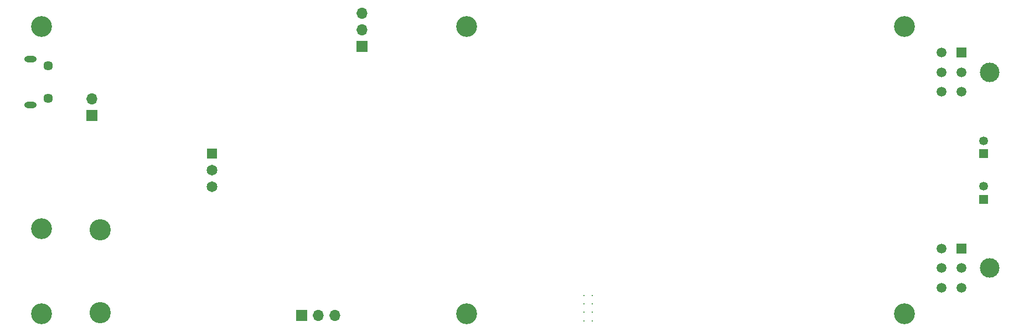
<source format=gbs>
G04 #@! TF.GenerationSoftware,KiCad,Pcbnew,7.0.5-4d25ed1034~172~ubuntu22.04.1*
G04 #@! TF.CreationDate,2023-05-31T13:41:02+02:00*
G04 #@! TF.ProjectId,Drawer_Controller,44726177-6572-45f4-936f-6e74726f6c6c,rev?*
G04 #@! TF.SameCoordinates,Original*
G04 #@! TF.FileFunction,Soldermask,Bot*
G04 #@! TF.FilePolarity,Negative*
%FSLAX46Y46*%
G04 Gerber Fmt 4.6, Leading zero omitted, Abs format (unit mm)*
G04 Created by KiCad (PCBNEW 7.0.5-4d25ed1034~172~ubuntu22.04.1) date 2023-05-31 13:41:02*
%MOMM*%
%LPD*%
G01*
G04 APERTURE LIST*
%ADD10C,0.300000*%
%ADD11C,3.250000*%
%ADD12R,1.650000X1.650000*%
%ADD13C,1.650000*%
%ADD14C,3.200000*%
%ADD15R,1.700000X1.700000*%
%ADD16O,1.700000X1.700000*%
%ADD17C,3.000000*%
%ADD18R,1.520000X1.520000*%
%ADD19C,1.520000*%
%ADD20R,1.350000X1.350000*%
%ADD21C,1.350000*%
%ADD22C,1.450000*%
%ADD23O,1.900000X0.950000*%
G04 APERTURE END LIST*
D10*
X204950000Y-142187500D03*
X206250000Y-142187500D03*
X204950000Y-143487500D03*
X206250000Y-143487500D03*
X204950000Y-144787500D03*
X206250000Y-144787500D03*
X204950000Y-146087500D03*
X206250000Y-146087500D03*
D11*
X130977500Y-132150000D03*
X130977500Y-144850000D03*
D12*
X148080000Y-120460000D03*
D13*
X148080000Y-123000000D03*
X148080000Y-125540000D03*
D14*
X187000000Y-145000000D03*
D15*
X161760000Y-145300000D03*
D16*
X164300000Y-145300000D03*
X166840000Y-145300000D03*
D14*
X122000000Y-132000000D03*
X187000000Y-101000000D03*
X122000000Y-145000000D03*
D17*
X267000000Y-108000000D03*
D18*
X262680000Y-105000000D03*
D19*
X262680000Y-108000000D03*
X262680000Y-111000000D03*
X259680000Y-105000000D03*
X259680000Y-108000000D03*
X259680000Y-111000000D03*
D14*
X254000000Y-101000000D03*
D15*
X171000000Y-104080000D03*
D16*
X171000000Y-101540000D03*
X171000000Y-99000000D03*
D15*
X129700000Y-114600000D03*
D16*
X129700000Y-112060000D03*
D20*
X266050000Y-120500000D03*
D21*
X266050000Y-118500000D03*
D17*
X267000000Y-138000000D03*
D18*
X262680000Y-135000000D03*
D19*
X262680000Y-138000000D03*
X262680000Y-141000000D03*
X259680000Y-135000000D03*
X259680000Y-138000000D03*
X259680000Y-141000000D03*
D14*
X122000000Y-101000000D03*
X254000000Y-145000000D03*
D20*
X266050000Y-127500000D03*
D21*
X266050000Y-125500000D03*
D22*
X123000000Y-107000000D03*
X123000000Y-112000000D03*
D23*
X120300000Y-106000000D03*
X120300000Y-113000000D03*
M02*

</source>
